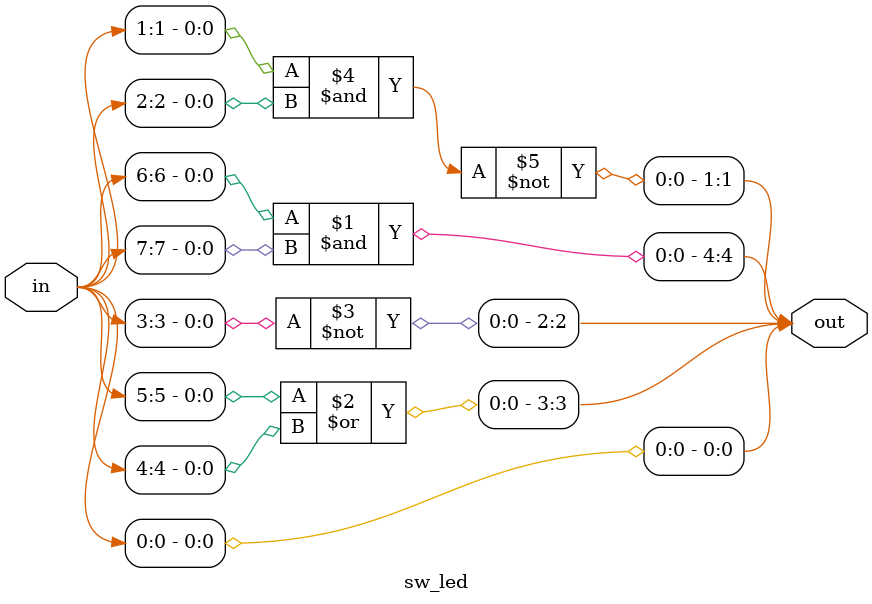
<source format=v>
module sw_led (  //название модуля
    input  wire [7:0] in,  //входная 8-битная шина проводов
    output wire [4:0] out  //выходная 5-битная шина проводов
);

    //присвоение 4 биту шины out логической операции И между in[6] и in[7]
    assign out[4] = in[6] & in[7];
    //присвоение 3 биту шины out логической операции ИЛИ между in[5] и in[4]
    assign out[3] = in[5] | in[4];
    //присвоение 2 биту шины out логического отрицания сигнала in[3]
    assign out[2] = ~in[3];
    //присвоение 1 биту шины out логической операции И-НЕ между in[1] и in[2]
    assign out[1] = ~(in[1] & in[2]);
    //присвоение 0 биту шины out сигнала на in[0]
    assign out[0] = in[0];

endmodule  //завершение модуля

</source>
